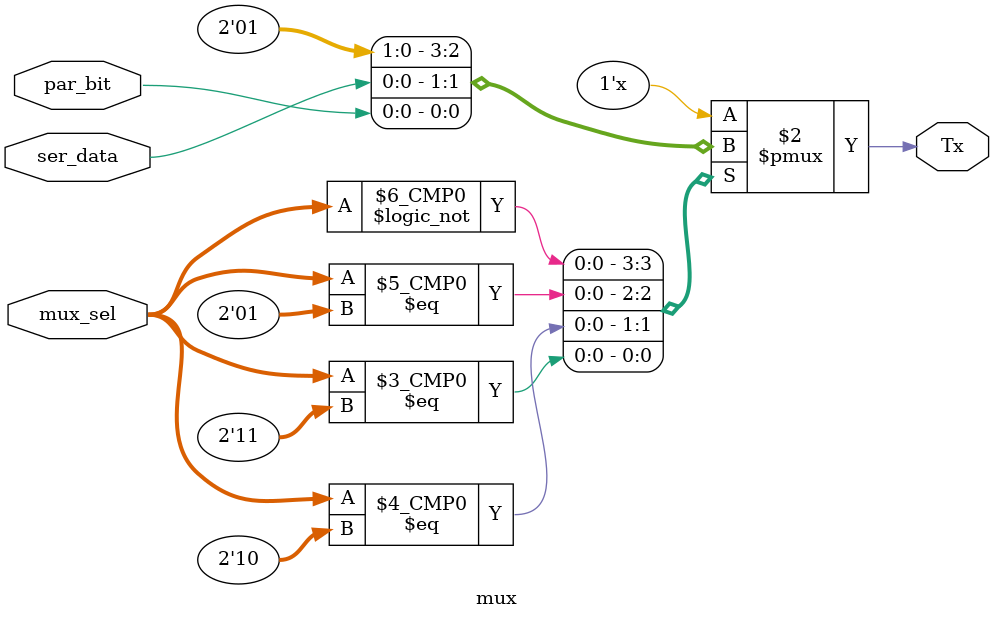
<source format=v>
module mux(
input [1:0] mux_sel,
input       ser_data,
input       par_bit,
output reg  Tx
);

// Start and Stop bits are constants either 1 or 0. It will not be a variable from the FSM
localparam start_bit=1'b0;
localparam stop_bit=1'b1;

// The mux_sel cases
localparam start=2'b00;
localparam stop=2'b01;
localparam data=2'b10;
localparam parity=2'b11;


// Mux Operation
always@(*)
begin
     case(mux_sel)
          start:begin
                Tx=start_bit;
                end

          stop: begin
                Tx=stop_bit;
                end

          data: begin
                Tx=ser_data;
                end

          parity:begin
                Tx=par_bit;
                end 

          default:Tx=1'b1; // Idle output for Tx is 1                                                    

     endcase
	
end

endmodule
</source>
